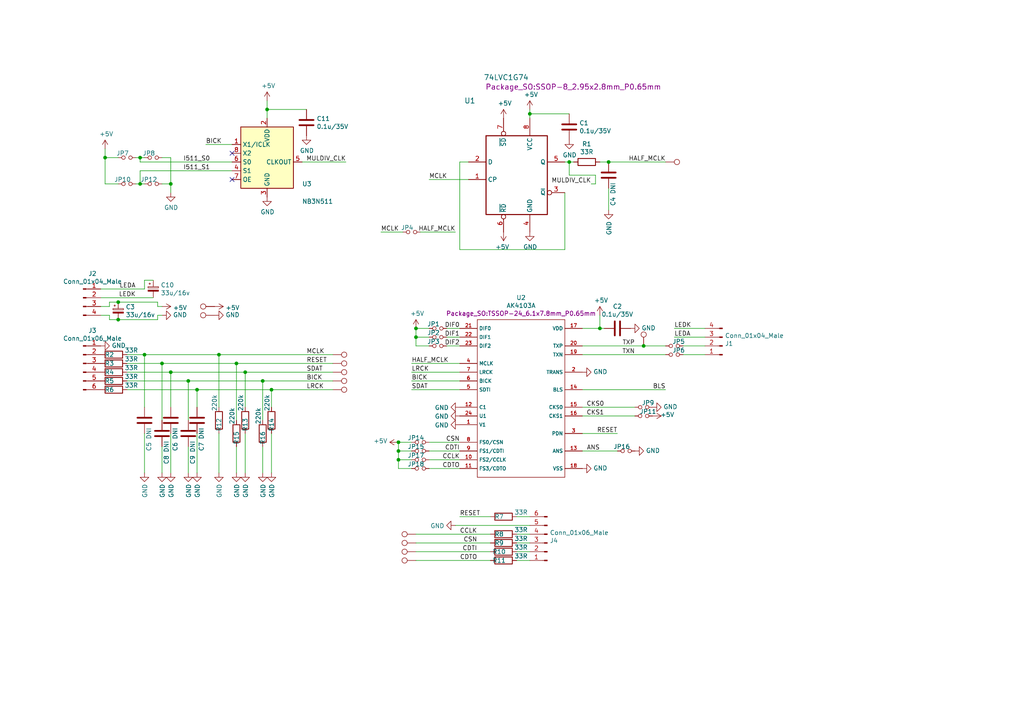
<source format=kicad_sch>
(kicad_sch (version 20200618) (host eeschema "5.99.0-unknown-1463dd1~88~ubuntu18.04.1")
  (page 1 1)
  (paper "A4")
  (lib_symbols
    (symbol "Connector:Conn_01x04_Male" (pin_names hide)
      (property "Reference" "J" (at 0 5.08 0))
      (property "Value" "Conn_01x04_Male" (at 0 -7.62 0))
      (symbol "Conn_01x04_Male_1_1"
        (rectangle (start 0.8636 -4.953) (end 0 -5.207) (stroke (width 0.1524)) (fill (type outline)))
        (rectangle (start 0.8636 -2.413) (end 0 -2.667) (stroke (width 0.1524)) (fill (type outline)))
        (rectangle (start 0.8636 0.127) (end 0 -0.127) (stroke (width 0.1524)) (fill (type outline)))
        (rectangle (start 0.8636 2.667) (end 0 2.413) (stroke (width 0.1524)) (fill (type outline)))
        (polyline (pts (xy 1.27 -5.08) (xy 0.8636 -5.08)) (stroke (width 0.1524)))
        (polyline (pts (xy 1.27 -2.54) (xy 0.8636 -2.54)) (stroke (width 0.1524)))
        (polyline (pts (xy 1.27 0) (xy 0.8636 0)) (stroke (width 0.1524)))
        (polyline (pts (xy 1.27 2.54) (xy 0.8636 2.54)) (stroke (width 0.1524)))
        (pin passive line (at 5.08 2.54 180) (length 3.81) (name "Pin_1") (number "1"))
        (pin passive line (at 5.08 0 180) (length 3.81) (name "Pin_2") (number "2"))
        (pin passive line (at 5.08 -2.54 180) (length 3.81) (name "Pin_3") (number "3"))
        (pin passive line (at 5.08 -5.08 180) (length 3.81) (name "Pin_4") (number "4"))
      )
    )
    (symbol "Connector:Conn_01x06_Male" (pin_names hide)
      (property "Reference" "J" (at 0 7.62 0))
      (property "Value" "Conn_01x06_Male" (at 0 -10.16 0))
      (symbol "Conn_01x06_Male_1_1"
        (rectangle (start 0.8636 -7.493) (end 0 -7.747) (stroke (width 0.1524)) (fill (type outline)))
        (rectangle (start 0.8636 -4.953) (end 0 -5.207) (stroke (width 0.1524)) (fill (type outline)))
        (rectangle (start 0.8636 -2.413) (end 0 -2.667) (stroke (width 0.1524)) (fill (type outline)))
        (rectangle (start 0.8636 0.127) (end 0 -0.127) (stroke (width 0.1524)) (fill (type outline)))
        (rectangle (start 0.8636 2.667) (end 0 2.413) (stroke (width 0.1524)) (fill (type outline)))
        (rectangle (start 0.8636 5.207) (end 0 4.953) (stroke (width 0.1524)) (fill (type outline)))
        (polyline (pts (xy 1.27 -7.62) (xy 0.8636 -7.62)) (stroke (width 0.1524)))
        (polyline (pts (xy 1.27 -5.08) (xy 0.8636 -5.08)) (stroke (width 0.1524)))
        (polyline (pts (xy 1.27 -2.54) (xy 0.8636 -2.54)) (stroke (width 0.1524)))
        (polyline (pts (xy 1.27 0) (xy 0.8636 0)) (stroke (width 0.1524)))
        (polyline (pts (xy 1.27 2.54) (xy 0.8636 2.54)) (stroke (width 0.1524)))
        (polyline (pts (xy 1.27 5.08) (xy 0.8636 5.08)) (stroke (width 0.1524)))
        (pin passive line (at 5.08 5.08 180) (length 3.81) (name "Pin_1") (number "1"))
        (pin passive line (at 5.08 2.54 180) (length 3.81) (name "Pin_2") (number "2"))
        (pin passive line (at 5.08 0 180) (length 3.81) (name "Pin_3") (number "3"))
        (pin passive line (at 5.08 -2.54 180) (length 3.81) (name "Pin_4") (number "4"))
        (pin passive line (at 5.08 -5.08 180) (length 3.81) (name "Pin_5") (number "5"))
        (pin passive line (at 5.08 -7.62 180) (length 3.81) (name "Pin_6") (number "6"))
      )
    )
    (symbol "Connector:TestPoint" (pin_numbers hide) (pin_names (offset 0.762) hide)
      (property "Reference" "TP" (at 0 6.858 0))
      (property "Value" "TestPoint" (at 0 5.08 0))
      (symbol "TestPoint_0_1"
        (circle (center 0 3.302) (radius 0.762))
      )
      (symbol "TestPoint_1_1"
        (pin passive line (at 0 0 90) (length 2.54) (name "1") (number "1"))
      )
    )
    (symbol "Device:C" (pin_numbers hide) (pin_names (offset 0.254))
      (property "Reference" "C" (at 0.635 2.54 0))
      (property "Value" "C" (at 0.635 -2.54 0))
      (symbol "C_0_1"
        (polyline (pts (xy -2.032 -0.762) (xy 2.032 -0.762)) (stroke (width 0.508)))
        (polyline (pts (xy -2.032 0.762) (xy 2.032 0.762)) (stroke (width 0.508)))
      )
      (symbol "C_1_1"
        (pin passive line (at 0 3.81 270) (length 2.794) (name "~") (number "1"))
        (pin passive line (at 0 -3.81 90) (length 2.794) (name "~") (number "2"))
      )
    )
    (symbol "Device:CP_Small" (pin_numbers hide) (pin_names (offset 0.254) hide)
      (property "Reference" "C" (at 0.254 1.778 0))
      (property "Value" "CP_Small" (at 0.254 -2.032 0))
      (symbol "CP_Small_0_1"
        (rectangle (start -1.524 -0.3048) (end 1.524 -0.6858) (fill (type outline)))
        (rectangle (start -1.524 0.6858) (end 1.524 0.3048))
        (polyline (pts (xy -1.27 1.524) (xy -0.762 1.524)))
        (polyline (pts (xy -1.016 1.27) (xy -1.016 1.778)))
      )
      (symbol "CP_Small_1_1"
        (pin passive line (at 0 2.54 270) (length 1.8542) (name "~") (number "1"))
        (pin passive line (at 0 -2.54 90) (length 1.8542) (name "~") (number "2"))
      )
    )
    (symbol "Device:Jumper_NO_Small" (pin_numbers hide) (pin_names (offset 0.762) hide)
      (property "Reference" "JP" (at 0 2.032 0))
      (property "Value" "Jumper_NO_Small" (at 0.254 -1.524 0))
      (symbol "Jumper_NO_Small_0_1"
        (circle (center -1.016 0) (radius 0.508))
        (circle (center 1.016 0) (radius 0.508))
        (pin passive line (at -2.54 0 0) (length 1.016) (name "1") (number "1"))
        (pin passive line (at 2.54 0 180) (length 1.016) (name "2") (number "2"))
      )
    )
    (symbol "Device:R" (pin_numbers hide) (pin_names (offset 0))
      (property "Reference" "R" (at 2.032 0 90))
      (property "Value" "R" (at 0 0 90))
      (symbol "R_0_1"
        (rectangle (start -1.016 -2.54) (end 1.016 2.54) (stroke (width 0.254)))
      )
      (symbol "R_1_1"
        (pin passive line (at 0 3.81 270) (length 1.27) (name "~") (number "1"))
        (pin passive line (at 0 -3.81 90) (length 1.27) (name "~") (number "2"))
      )
    )
    (symbol "Oscillator:NB3N511" (pin_names (offset 0.508))
      (property "Reference" "U" (at 2.54 15.24 0))
      (property "Value" "NB3N511" (at 2.54 12.7 0))
      (symbol "NB3N511_0_1"
        (rectangle (start -7.62 10.16) (end 7.62 -7.62) (stroke (width 0.254)) (fill (type background)))
      )
      (symbol "NB3N511_1_1"
        (pin input line (at -10.16 5.08 0) (length 2.54) (name "X1/ICLK") (number "1"))
        (pin power_in line (at 0 12.7 270) (length 2.54) (name "VDD") (number "2"))
        (pin power_in line (at 0 -10.16 90) (length 2.54) (name "GND") (number "3"))
        (pin input line (at -10.16 -2.54 0) (length 2.54) (name "S1") (number "4"))
        (pin output line (at 10.16 0 180) (length 2.54) (name "CLKOUT") (number "5"))
        (pin input line (at -10.16 0 0) (length 2.54) (name "S0") (number "6"))
        (pin input line (at -10.16 -5.08 0) (length 2.54) (name "OE") (number "7"))
        (pin passive line (at -10.16 2.54 0) (length 2.54) (name "X2") (number "8"))
      )
    )
    (symbol "akm:AK4103A"
      (property "Reference" "U" (at -12.7 21.59 0))
      (property "Value" "AK4103A" (at -12.7 -27.94 0))
      (symbol "AK4103A_1_0"
        (polyline (pts (xy -12.7 20.32) (xy 12.7 20.32)))
        (polyline (pts (xy 12.7 20.32) (xy 12.7 -25.4)))
        (polyline (pts (xy 12.7 -25.4) (xy -12.7 -25.4)))
        (polyline (pts (xy -12.7 -25.4) (xy -12.7 20.32)))
      )
      (symbol "AK4103A_1_1"
        (pin bidirectional line (at 17.78 -17.78 180) (length 5.08) (name "ANS") (number "13"))
        (pin bidirectional line (at -17.78 2.54 0) (length 5.08) (name "BICK") (number "6"))
        (pin bidirectional line (at 17.78 0 180) (length 5.08) (name "BLS") (number "14"))
        (pin input line (at -17.78 -5.08 0) (length 5.08) (name "C1") (number "12"))
        (pin input line (at 17.78 -5.08 180) (length 5.08) (name "CKS0") (number "15"))
        (pin input line (at 17.78 -7.62 180) (length 5.08) (name "CKS1") (number "16"))
        (pin input line (at -17.78 17.78 0) (length 5.08) (name "DIF0") (number "21"))
        (pin input line (at -17.78 15.24 0) (length 5.08) (name "DIF1") (number "22"))
        (pin input line (at -17.78 12.7 0) (length 5.08) (name "DIF2") (number "23"))
        (pin bidirectional line (at -17.78 -15.24 0) (length 5.08) (name "FS0/CSN") (number "8"))
        (pin bidirectional line (at -17.78 -17.78 0) (length 5.08) (name "FS1/CDTI") (number "9"))
        (pin bidirectional line (at -17.78 -20.32 0) (length 5.08) (name "FS2/CCLK") (number "10"))
        (pin bidirectional line (at -17.78 -22.86 0) (length 5.08) (name "FS3/CDTO") (number "11"))
        (pin bidirectional line (at -17.78 5.08 0) (length 5.08) (name "LRCK") (number "7"))
        (pin input line (at -17.78 7.62 0) (length 5.08) (name "MCLK") (number "4"))
        (pin input line (at 17.78 -12.7 180) (length 5.08) (name "PDN") (number "3"))
        (pin input line (at -17.78 0 0) (length 5.08) (name "SDTI") (number "5"))
        (pin input line (at 17.78 5.08 180) (length 5.08) (name "TRANS") (number "2"))
        (pin output line (at 17.78 10.16 180) (length 5.08) (name "TXN") (number "19"))
        (pin output line (at 17.78 12.7 180) (length 5.08) (name "TXP") (number "20"))
        (pin input line (at -17.78 -7.62 0) (length 5.08) (name "U1") (number "24"))
        (pin input line (at -17.78 -10.16 0) (length 5.08) (name "V1") (number "1"))
        (pin bidirectional line (at 17.78 17.78 180) (length 5.08) (name "VDD") (number "17"))
        (pin bidirectional line (at 17.78 -22.86 180) (length 5.08) (name "VSS") (number "18"))
      )
    )
    (symbol "mbialon:74LVC1G74"
      (property "Reference" "U" (at 22.86 -15.24 0))
      (property "Value" "74LVC1G74" (at 33.02 -17.78 0))
      (symbol "74LVC1G74_1_1"
        (rectangle (start 5.08 10.16) (end 22.86 -12.7) (stroke (width 0.3048)))
        (pin input line (at 0 -2.54 0) (length 5.08) (name "CP") (number "1"))
        (pin input line (at 0 2.54 0) (length 5.08) (name "D") (number "2"))
        (pin output inverted (at 27.94 -6.35 180) (length 5.08) (name "~Q") (number "3"))
        (pin power_in line (at 17.78 -17.78 90) (length 5.08) (name "GND") (number "4"))
        (pin output line (at 27.94 2.54 180) (length 5.08) (name "Q") (number "5"))
        (pin input inverted (at 10.16 -17.78 90) (length 5.08) (name "~RD") (number "6"))
        (pin input inverted (at 10.16 15.24 270) (length 5.08) (name "~SD") (number "7"))
        (pin power_in line (at 17.78 15.24 270) (length 5.08) (name "VCC") (number "8"))
      )
    )
    (symbol "power:+5V" (power) (pin_names (offset 0))
      (property "Value" "+5V" (at 0 3.556 0))
      (symbol "+5V_0_1"
        (polyline (pts (xy -0.762 1.27) (xy 0 2.54)))
        (polyline (pts (xy 0 0) (xy 0 2.54)))
        (polyline (pts (xy 0 2.54) (xy 0.762 1.27)))
      )
      (symbol "+5V_1_1"
        (pin power_in line (at 0 0 90) (length 0) hide (name "+5V") (number "1"))
      )
    )
    (symbol "power:GND" (power) (pin_names (offset 0))
      (property "Value" "GND" (at 0 -3.81 0))
      (symbol "GND_0_1"
        (polyline (pts (xy 0 0) (xy 0 -1.27) (xy 1.27 -1.27) (xy 0 -2.54) (xy -1.27 -1.27) (xy 0 -1.27)))
      )
      (symbol "GND_1_1"
        (pin power_in line (at 0 0 270) (length 0) hide (name "GND") (number "1"))
      )
    )
  )
  (junction (at 30.48 45.72))
  (junction (at 34.29 87.63))
  (junction (at 34.29 92.71))
  (junction (at 40.64 45.72))
  (junction (at 40.64 53.34))
  (junction (at 41.91 102.87))
  (junction (at 46.99 105.41))
  (junction (at 49.53 53.34))
  (junction (at 49.53 107.95))
  (junction (at 54.61 110.49))
  (junction (at 57.15 113.03))
  (junction (at 63.5 102.87))
  (junction (at 68.58 105.41))
  (junction (at 71.12 107.95))
  (junction (at 76.2 110.49))
  (junction (at 77.47 31.75))
  (junction (at 78.74 113.03))
  (junction (at 115.57 128.27))
  (junction (at 115.57 130.81))
  (junction (at 115.57 133.35))
  (junction (at 120.65 95.25))
  (junction (at 120.65 97.79))
  (junction (at 153.67 33.02))
  (junction (at 165.1 46.99))
  (junction (at 173.99 95.25))
  (junction (at 176.53 46.99))
  (junction (at 186.69 100.33))
  (no_connect (at 67.31 44.45))
  (no_connect (at 67.31 52.07))
  (wire (pts (xy 29.21 83.82) (xy 41.91 83.82)))
  (wire (pts (xy 29.21 86.36) (xy 44.45 86.36)))
  (wire (pts (xy 29.21 91.44) (xy 31.75 91.44)))
  (wire (pts (xy 30.48 45.72) (xy 30.48 43.18)))
  (wire (pts (xy 30.48 53.34) (xy 30.48 45.72)))
  (wire (pts (xy 31.75 87.63) (xy 31.75 88.9)))
  (wire (pts (xy 31.75 87.63) (xy 34.29 87.63)))
  (wire (pts (xy 31.75 88.9) (xy 29.21 88.9)))
  (wire (pts (xy 31.75 91.44) (xy 31.75 92.71)))
  (wire (pts (xy 31.75 92.71) (xy 34.29 92.71)))
  (wire (pts (xy 34.29 45.72) (xy 30.48 45.72)))
  (wire (pts (xy 34.29 53.34) (xy 30.48 53.34)))
  (wire (pts (xy 34.29 87.63) (xy 45.72 87.63)))
  (wire (pts (xy 34.29 92.71) (xy 45.72 92.71)))
  (wire (pts (xy 39.37 45.72) (xy 40.64 45.72)))
  (wire (pts (xy 39.37 53.34) (xy 40.64 53.34)))
  (wire (pts (xy 40.64 45.72) (xy 41.91 45.72)))
  (wire (pts (xy 40.64 46.99) (xy 40.64 45.72)))
  (wire (pts (xy 40.64 49.53) (xy 40.64 53.34)))
  (wire (pts (xy 40.64 53.34) (xy 41.91 53.34)))
  (wire (pts (xy 41.91 81.28) (xy 44.45 81.28)))
  (wire (pts (xy 41.91 83.82) (xy 41.91 81.28)))
  (wire (pts (xy 41.91 102.87) (xy 36.83 102.87)))
  (wire (pts (xy 41.91 102.87) (xy 63.5 102.87)))
  (wire (pts (xy 41.91 118.11) (xy 41.91 102.87)))
  (wire (pts (xy 41.91 125.73) (xy 41.91 137.16)))
  (wire (pts (xy 45.72 88.9) (xy 45.72 87.63)))
  (wire (pts (xy 45.72 91.44) (xy 46.99 91.44)))
  (wire (pts (xy 45.72 92.71) (xy 45.72 91.44)))
  (wire (pts (xy 46.99 45.72) (xy 49.53 45.72)))
  (wire (pts (xy 46.99 53.34) (xy 49.53 53.34)))
  (wire (pts (xy 46.99 88.9) (xy 45.72 88.9)))
  (wire (pts (xy 46.99 105.41) (xy 36.83 105.41)))
  (wire (pts (xy 46.99 105.41) (xy 68.58 105.41)))
  (wire (pts (xy 46.99 121.92) (xy 46.99 105.41)))
  (wire (pts (xy 46.99 129.54) (xy 46.99 137.16)))
  (wire (pts (xy 49.53 45.72) (xy 49.53 53.34)))
  (wire (pts (xy 49.53 53.34) (xy 49.53 55.88)))
  (wire (pts (xy 49.53 107.95) (xy 36.83 107.95)))
  (wire (pts (xy 49.53 107.95) (xy 71.12 107.95)))
  (wire (pts (xy 49.53 118.11) (xy 49.53 107.95)))
  (wire (pts (xy 49.53 125.73) (xy 49.53 137.16)))
  (wire (pts (xy 54.61 110.49) (xy 36.83 110.49)))
  (wire (pts (xy 54.61 110.49) (xy 76.2 110.49)))
  (wire (pts (xy 54.61 121.92) (xy 54.61 110.49)))
  (wire (pts (xy 54.61 129.54) (xy 54.61 137.16)))
  (wire (pts (xy 57.15 113.03) (xy 36.83 113.03)))
  (wire (pts (xy 57.15 113.03) (xy 78.74 113.03)))
  (wire (pts (xy 57.15 118.11) (xy 57.15 113.03)))
  (wire (pts (xy 57.15 125.73) (xy 57.15 137.16)))
  (wire (pts (xy 59.69 41.91) (xy 67.31 41.91)))
  (wire (pts (xy 63.5 102.87) (xy 96.52 102.87)))
  (wire (pts (xy 63.5 118.11) (xy 63.5 102.87)))
  (wire (pts (xy 63.5 125.73) (xy 63.5 137.16)))
  (wire (pts (xy 67.31 46.99) (xy 40.64 46.99)))
  (wire (pts (xy 67.31 49.53) (xy 40.64 49.53)))
  (wire (pts (xy 68.58 105.41) (xy 96.52 105.41)))
  (wire (pts (xy 68.58 121.92) (xy 68.58 105.41)))
  (wire (pts (xy 68.58 129.54) (xy 68.58 137.16)))
  (wire (pts (xy 71.12 107.95) (xy 96.52 107.95)))
  (wire (pts (xy 71.12 118.11) (xy 71.12 107.95)))
  (wire (pts (xy 71.12 125.73) (xy 71.12 137.16)))
  (wire (pts (xy 76.2 110.49) (xy 96.52 110.49)))
  (wire (pts (xy 76.2 121.92) (xy 76.2 110.49)))
  (wire (pts (xy 76.2 129.54) (xy 76.2 137.16)))
  (wire (pts (xy 77.47 29.21) (xy 77.47 31.75)))
  (wire (pts (xy 77.47 31.75) (xy 77.47 34.29)))
  (wire (pts (xy 78.74 113.03) (xy 96.52 113.03)))
  (wire (pts (xy 78.74 118.11) (xy 78.74 113.03)))
  (wire (pts (xy 78.74 125.73) (xy 78.74 137.16)))
  (wire (pts (xy 87.63 46.99) (xy 100.33 46.99)))
  (wire (pts (xy 88.9 31.75) (xy 77.47 31.75)))
  (wire (pts (xy 110.49 67.31) (xy 116.84 67.31)))
  (wire (pts (xy 115.57 128.27) (xy 115.57 130.81)))
  (wire (pts (xy 115.57 128.27) (xy 119.38 128.27)))
  (wire (pts (xy 115.57 130.81) (xy 119.38 130.81)))
  (wire (pts (xy 115.57 133.35) (xy 115.57 130.81)))
  (wire (pts (xy 115.57 135.89) (xy 115.57 133.35)))
  (wire (pts (xy 119.38 105.41) (xy 133.35 105.41)))
  (wire (pts (xy 119.38 107.95) (xy 133.35 107.95)))
  (wire (pts (xy 119.38 110.49) (xy 133.35 110.49)))
  (wire (pts (xy 119.38 113.03) (xy 133.35 113.03)))
  (wire (pts (xy 119.38 133.35) (xy 115.57 133.35)))
  (wire (pts (xy 119.38 135.89) (xy 115.57 135.89)))
  (wire (pts (xy 120.65 95.25) (xy 120.65 97.79)))
  (wire (pts (xy 120.65 95.25) (xy 124.46 95.25)))
  (wire (pts (xy 120.65 97.79) (xy 124.46 97.79)))
  (wire (pts (xy 120.65 100.33) (xy 120.65 97.79)))
  (wire (pts (xy 120.65 154.94) (xy 142.24 154.94)))
  (wire (pts (xy 120.65 157.48) (xy 142.24 157.48)))
  (wire (pts (xy 120.65 160.02) (xy 142.24 160.02)))
  (wire (pts (xy 120.65 162.56) (xy 142.24 162.56)))
  (wire (pts (xy 121.92 67.31) (xy 132.08 67.31)))
  (wire (pts (xy 124.46 52.07) (xy 135.89 52.07)))
  (wire (pts (xy 124.46 100.33) (xy 120.65 100.33)))
  (wire (pts (xy 124.46 128.27) (xy 133.35 128.27)))
  (wire (pts (xy 124.46 130.81) (xy 133.35 130.81)))
  (wire (pts (xy 124.46 133.35) (xy 133.35 133.35)))
  (wire (pts (xy 124.46 135.89) (xy 133.35 135.89)))
  (wire (pts (xy 129.54 95.25) (xy 133.35 95.25)))
  (wire (pts (xy 129.54 97.79) (xy 133.35 97.79)))
  (wire (pts (xy 129.54 100.33) (xy 133.35 100.33)))
  (wire (pts (xy 132.08 152.4) (xy 153.67 152.4)))
  (wire (pts (xy 133.35 46.99) (xy 135.89 46.99)))
  (wire (pts (xy 133.35 72.39) (xy 133.35 46.99)))
  (wire (pts (xy 133.35 149.86) (xy 142.24 149.86)))
  (wire (pts (xy 149.86 149.86) (xy 153.67 149.86)))
  (wire (pts (xy 149.86 154.94) (xy 153.67 154.94)))
  (wire (pts (xy 149.86 157.48) (xy 153.67 157.48)))
  (wire (pts (xy 149.86 160.02) (xy 153.67 160.02)))
  (wire (pts (xy 149.86 162.56) (xy 153.67 162.56)))
  (wire (pts (xy 153.67 31.75) (xy 153.67 33.02)))
  (wire (pts (xy 153.67 33.02) (xy 153.67 34.29)))
  (wire (pts (xy 153.67 33.02) (xy 165.1 33.02)))
  (wire (pts (xy 163.83 46.99) (xy 165.1 46.99)))
  (wire (pts (xy 163.83 55.88) (xy 163.83 72.39)))
  (wire (pts (xy 163.83 72.39) (xy 133.35 72.39)))
  (wire (pts (xy 165.1 46.99) (xy 165.1 50.8)))
  (wire (pts (xy 165.1 46.99) (xy 166.37 46.99)))
  (wire (pts (xy 165.1 50.8) (xy 172.72 50.8)))
  (wire (pts (xy 168.91 95.25) (xy 173.99 95.25)))
  (wire (pts (xy 168.91 100.33) (xy 186.69 100.33)))
  (wire (pts (xy 168.91 102.87) (xy 193.04 102.87)))
  (wire (pts (xy 168.91 113.03) (xy 193.04 113.03)))
  (wire (pts (xy 168.91 125.73) (xy 179.07 125.73)))
  (wire (pts (xy 172.72 50.8) (xy 172.72 53.34)))
  (wire (pts (xy 172.72 53.34) (xy 171.45 53.34)))
  (wire (pts (xy 173.99 46.99) (xy 176.53 46.99)))
  (wire (pts (xy 173.99 91.44) (xy 173.99 95.25)))
  (wire (pts (xy 173.99 95.25) (xy 175.26 95.25)))
  (wire (pts (xy 176.53 46.99) (xy 193.04 46.99)))
  (wire (pts (xy 176.53 54.61) (xy 176.53 60.96)))
  (wire (pts (xy 179.07 130.81) (xy 168.91 130.81)))
  (wire (pts (xy 184.15 118.11) (xy 168.91 118.11)))
  (wire (pts (xy 184.15 120.65) (xy 168.91 120.65)))
  (wire (pts (xy 186.69 100.33) (xy 193.04 100.33)))
  (wire (pts (xy 195.58 95.25) (xy 204.47 95.25)))
  (wire (pts (xy 195.58 97.79) (xy 204.47 97.79)))
  (wire (pts (xy 198.12 100.33) (xy 204.47 100.33)))
  (wire (pts (xy 198.12 102.87) (xy 204.47 102.87)))
  (label "LEDA" (at 39.37 83.82 180))
  (label "LEDK" (at 39.37 86.36 180))
  (label "BICK" (at 59.69 41.91 0))
  (label "I511_S0" (at 60.96 46.99 180))
  (label "I511_S1" (at 60.96 49.53 180))
  (label "MCLK" (at 88.9 102.87 0))
  (label "RESET" (at 88.9 105.41 0))
  (label "SDAT" (at 88.9 107.95 0))
  (label "BICK" (at 88.9 110.49 0))
  (label "LRCK" (at 88.9 113.03 0))
  (label "MULDIV_CLK" (at 100.33 46.99 180))
  (label "MCLK" (at 110.49 67.31 0))
  (label "HALF_MCLK" (at 119.38 105.41 0))
  (label "LRCK" (at 119.38 107.95 0))
  (label "BICK" (at 119.38 110.49 0))
  (label "SDAT" (at 119.38 113.03 0))
  (label "MCLK" (at 124.46 52.07 0))
  (label "HALF_MCLK" (at 132.08 67.31 180))
  (label "DIF0" (at 133.35 95.25 180))
  (label "DIF1" (at 133.35 97.79 180))
  (label "DIF2" (at 133.35 100.33 180))
  (label "CSN" (at 133.35 128.27 180))
  (label "CDTI" (at 133.35 130.81 180))
  (label "CCLK" (at 133.35 133.35 180))
  (label "CDTO" (at 133.35 135.89 180))
  (label "RESET" (at 133.35 149.86 0))
  (label "CCLK" (at 133.35 154.94 0))
  (label "CSN" (at 138.43 157.48 180))
  (label "CDTI" (at 138.43 160.02 180))
  (label "CDTO" (at 138.43 162.56 180))
  (label "MULDIV_CLK" (at 171.45 53.34 180))
  (label "ANS" (at 173.99 130.81 180))
  (label "CKS0" (at 175.26 118.11 180))
  (label "CKS1" (at 175.26 120.65 180))
  (label "RESET" (at 179.07 125.73 180))
  (label "TXP" (at 184.15 100.33 180))
  (label "TXN" (at 184.15 102.87 180))
  (label "HALF_MCLK" (at 193.04 46.99 180))
  (label "BLS" (at 193.04 113.03 180))
  (label "LEDK" (at 195.58 95.25 0))
  (label "LEDA" (at 195.58 97.79 0))
  (symbol (lib_id "Device:Jumper_NO_Small") (at 36.83 45.72 0) (unit 1)
    (property "Reference" "JP7" (at 35.56 44.45 0))
    (property "Value" "Jumper_NO_Small" (effects hide))
    (property "Footprint" "components:R_0603_1608Metric_SolderJumperCompatible" (effects hide))
  )
  (symbol (lib_id "Device:Jumper_NO_Small") (at 36.83 53.34 0) (unit 1)
    (property "Reference" "JP10" (at 35.56 52.07 0))
    (property "Value" "Jumper_NO_Small" (effects hide))
    (property "Footprint" "components:R_0603_1608Metric_SolderJumperCompatible" (effects hide))
  )
  (symbol (lib_id "Device:Jumper_NO_Small") (at 44.45 45.72 0) (unit 1)
    (property "Reference" "JP8" (at 43.18 44.45 0))
    (property "Value" "Jumper_NO_Small" (effects hide))
    (property "Footprint" "components:R_0603_1608Metric_SolderJumperCompatible" (effects hide))
  )
  (symbol (lib_id "Device:Jumper_NO_Small") (at 44.45 53.34 0) (unit 1)
    (property "Reference" "JP12" (at 43.18 52.07 0))
    (property "Value" "Jumper_NO_Small" (effects hide))
    (property "Footprint" "components:R_0603_1608Metric_SolderJumperCompatible" (effects hide))
  )
  (symbol (lib_id "Device:Jumper_NO_Small") (at 119.38 67.31 0) (unit 1)
    (property "Reference" "JP4" (at 118.11 66.04 0))
    (property "Value" "Jumper_NO_Small" (effects hide))
    (property "Footprint" "components:R_0603_1608Metric_SolderJumperCompatible" (effects hide))
  )
  (symbol (lib_id "Device:Jumper_NO_Small") (at 121.92 128.27 0) (unit 1)
    (property "Reference" "JP14" (at 120.65 127 0))
    (property "Value" "Jumper_NO_Small" (effects hide))
    (property "Footprint" "components:R_0603_1608Metric_SolderJumperCompatible" (effects hide))
  )
  (symbol (lib_id "Device:Jumper_NO_Small") (at 121.92 130.81 0) (unit 1)
    (property "Reference" "JP15" (at 120.65 129.54 0))
    (property "Value" "Jumper_NO_Small" (effects hide))
    (property "Footprint" "components:R_0603_1608Metric_SolderJumperCompatible" (effects hide))
  )
  (symbol (lib_id "Device:Jumper_NO_Small") (at 121.92 133.35 0) (unit 1)
    (property "Reference" "JP17" (at 120.65 132.08 0))
    (property "Value" "Jumper_NO_Small" (effects hide))
    (property "Footprint" "components:R_0603_1608Metric_SolderJumperCompatible" (effects hide))
  )
  (symbol (lib_id "Device:Jumper_NO_Small") (at 121.92 135.89 0) (unit 1)
    (property "Reference" "JP18" (at 120.65 134.62 0))
    (property "Value" "Jumper_NO_Small" (effects hide))
    (property "Footprint" "components:R_0603_1608Metric_SolderJumperCompatible" (effects hide))
  )
  (symbol (lib_id "Device:Jumper_NO_Small") (at 127 95.25 0) (unit 1)
    (property "Reference" "JP1" (at 125.73 93.98 0))
    (property "Value" "Jumper_NO_Small" (effects hide))
    (property "Footprint" "components:R_0603_1608Metric_SolderJumperCompatible" (effects hide))
  )
  (symbol (lib_id "Device:Jumper_NO_Small") (at 127 97.79 0) (unit 1)
    (property "Reference" "JP2" (at 125.73 96.52 0))
    (property "Value" "Jumper_NO_Small" (effects hide))
    (property "Footprint" "components:R_0603_1608Metric_SolderJumperCompatible" (effects hide))
  )
  (symbol (lib_id "Device:Jumper_NO_Small") (at 127 100.33 0) (unit 1)
    (property "Reference" "JP3" (at 125.73 99.06 0))
    (property "Value" "Jumper_NO_Small" (effects hide))
    (property "Footprint" "components:R_0603_1608Metric_SolderJumperCompatible" (effects hide))
  )
  (symbol (lib_id "Device:Jumper_NO_Small") (at 181.61 130.81 0) (unit 1)
    (property "Reference" "JP16" (at 180.34 129.54 0))
    (property "Value" "Jumper_NO_Small" (effects hide))
    (property "Footprint" "components:R_0603_1608Metric_SolderJumperCompatible" (effects hide))
  )
  (symbol (lib_id "Device:Jumper_NO_Small") (at 186.69 118.11 0) (mirror y) (unit 1)
    (property "Reference" "JP9" (at 187.96 116.84 0))
    (property "Value" "Jumper_NO_Small" (effects hide))
    (property "Footprint" "components:R_0603_1608Metric_SolderJumperCompatible" (effects hide))
  )
  (symbol (lib_id "Device:Jumper_NO_Small") (at 186.69 120.65 0) (mirror y) (unit 1)
    (property "Reference" "JP11" (at 187.96 119.38 0))
    (property "Value" "Jumper_NO_Small" (effects hide))
    (property "Footprint" "components:R_0603_1608Metric_SolderJumperCompatible" (effects hide))
  )
  (symbol (lib_id "Device:Jumper_NO_Small") (at 195.58 100.33 0) (mirror y) (unit 1)
    (property "Reference" "JP5" (at 196.85 99.06 0))
    (property "Value" "Jumper_NO_Small" (effects hide))
    (property "Footprint" "components:R_0603_1608Metric_SolderJumperCompatible" (effects hide))
  )
  (symbol (lib_id "Device:Jumper_NO_Small") (at 195.58 102.87 0) (mirror y) (unit 1)
    (property "Reference" "JP6" (at 196.85 101.6 0))
    (property "Value" "Jumper_NO_Small" (effects hide))
    (property "Footprint" "components:R_0603_1608Metric_SolderJumperCompatible" (effects hide))
  )
  (symbol (lib_id "Connector:TestPoint") (at 62.23 88.9 90) (unit 1)
    (property "Reference" "TP2" (effects hide))
    (property "Value" "TestPoint" (effects hide))
    (property "Footprint" "Connector_PinHeader_2.54mm:PinHeader_1x01_P2.54mm_Vertical" (effects hide))
  )
  (symbol (lib_id "Connector:TestPoint") (at 62.23 91.44 90) (unit 1)
    (property "Reference" "TP3" (effects hide))
    (property "Value" "TestPoint" (effects hide))
    (property "Footprint" "Connector_PinHeader_2.54mm:PinHeader_1x01_P2.54mm_Vertical" (effects hide))
  )
  (symbol (lib_id "Connector:TestPoint") (at 96.52 102.87 270) (unit 1)
    (property "Reference" "TP5" (effects hide))
    (property "Value" "TestPoint" (effects hide))
    (property "Footprint" "Connector_PinHeader_2.54mm:PinHeader_1x01_P2.54mm_Vertical" (effects hide))
  )
  (symbol (lib_id "Connector:TestPoint") (at 96.52 105.41 270) (unit 1)
    (property "Reference" "TP6" (effects hide))
    (property "Value" "TestPoint" (effects hide))
    (property "Footprint" "Connector_PinHeader_2.54mm:PinHeader_1x01_P2.54mm_Vertical" (effects hide))
  )
  (symbol (lib_id "Connector:TestPoint") (at 96.52 107.95 270) (unit 1)
    (property "Reference" "TP7" (effects hide))
    (property "Value" "TestPoint" (effects hide))
    (property "Footprint" "Connector_PinHeader_2.54mm:PinHeader_1x01_P2.54mm_Vertical" (effects hide))
  )
  (symbol (lib_id "Connector:TestPoint") (at 96.52 110.49 270) (unit 1)
    (property "Reference" "TP8" (effects hide))
    (property "Value" "TestPoint" (effects hide))
    (property "Footprint" "Connector_PinHeader_2.54mm:PinHeader_1x01_P2.54mm_Vertical" (effects hide))
  )
  (symbol (lib_id "Connector:TestPoint") (at 96.52 113.03 270) (unit 1)
    (property "Reference" "TP9" (effects hide))
    (property "Value" "TestPoint" (effects hide))
    (property "Footprint" "Connector_PinHeader_2.54mm:PinHeader_1x01_P2.54mm_Vertical" (effects hide))
  )
  (symbol (lib_id "Connector:TestPoint") (at 120.65 154.94 90) (unit 1)
    (property "Reference" "TP10" (effects hide))
    (property "Value" "TestPoint" (effects hide))
    (property "Footprint" "Connector_PinHeader_2.54mm:PinHeader_1x01_P2.54mm_Vertical" (effects hide))
  )
  (symbol (lib_id "Connector:TestPoint") (at 120.65 157.48 90) (unit 1)
    (property "Reference" "TP11" (effects hide))
    (property "Value" "TestPoint" (effects hide))
    (property "Footprint" "Connector_PinHeader_2.54mm:PinHeader_1x01_P2.54mm_Vertical" (effects hide))
  )
  (symbol (lib_id "Connector:TestPoint") (at 120.65 160.02 90) (unit 1)
    (property "Reference" "TP12" (effects hide))
    (property "Value" "TestPoint" (effects hide))
    (property "Footprint" "Connector_PinHeader_2.54mm:PinHeader_1x01_P2.54mm_Vertical" (effects hide))
  )
  (symbol (lib_id "Connector:TestPoint") (at 120.65 162.56 90) (unit 1)
    (property "Reference" "TP13" (effects hide))
    (property "Value" "TestPoint" (effects hide))
    (property "Footprint" "Connector_PinHeader_2.54mm:PinHeader_1x01_P2.54mm_Vertical" (effects hide))
  )
  (symbol (lib_id "Connector:TestPoint") (at 186.69 100.33 0) (unit 1)
    (property "Reference" "TP4" (effects hide))
    (property "Value" "TestPoint" (effects hide))
    (property "Footprint" "Connector_PinHeader_2.54mm:PinHeader_1x01_P2.54mm_Vertical" (effects hide))
  )
  (symbol (lib_id "Connector:TestPoint") (at 193.04 46.99 270) (unit 1)
    (property "Reference" "TP1" (effects hide))
    (property "Value" "TestPoint" (effects hide))
    (property "Footprint" "Connector_PinHeader_2.54mm:PinHeader_1x01_P2.54mm_Vertical" (effects hide))
  )
  (symbol (lib_id "power:+5V") (at 30.48 43.18 0) (unit 1)
    (property "Reference" "#PWR0117" (effects hide))
    (property "Value" "+5V" (at 30.8483 38.8556 0))
  )
  (symbol (lib_id "power:+5V") (at 46.99 88.9 270) (unit 1)
    (property "Reference" "#PWR0120" (effects hide))
    (property "Value" "+5V" (at 50.1651 89.2683 90) (effects (justify left)))
  )
  (symbol (lib_id "power:+5V") (at 62.23 88.9 270) (unit 1)
    (property "Reference" "#PWR0121" (effects hide))
    (property "Value" "+5V" (at 65.4051 89.2683 90) (effects (justify left)))
  )
  (symbol (lib_id "power:+5V") (at 77.47 29.21 0) (unit 1)
    (property "Reference" "#PWR0114" (effects hide))
    (property "Value" "+5V" (at 77.8383 24.8856 0))
  )
  (symbol (lib_id "power:+5V") (at 115.57 128.27 90) (unit 1)
    (property "Reference" "#PWR010" (effects hide))
    (property "Value" "+5V" (at 112.395 127.9017 90) (effects (justify left)))
  )
  (symbol (lib_id "power:+5V") (at 120.65 95.25 0) (unit 1)
    (property "Reference" "#PWR0110" (effects hide))
    (property "Value" "+5V" (at 121.0183 90.9256 0))
  )
  (symbol (lib_id "power:+5V") (at 146.05 34.29 0) (unit 1)
    (property "Reference" "#PWR0102" (effects hide))
    (property "Value" "+5V" (at 146.4183 29.9656 0))
  )
  (symbol (lib_id "power:+5V") (at 146.05 67.31 180) (unit 1)
    (property "Reference" "#PWR0106" (effects hide))
    (property "Value" "+5V" (at 145.6817 71.6344 0))
  )
  (symbol (lib_id "power:+5V") (at 153.67 31.75 0) (unit 1)
    (property "Reference" "#PWR0101" (effects hide))
    (property "Value" "+5V" (at 154.0383 27.4256 0))
  )
  (symbol (lib_id "power:+5V") (at 173.99 91.44 0) (unit 1)
    (property "Reference" "#PWR0104" (effects hide))
    (property "Value" "+5V" (at 174.3583 87.1156 0))
  )
  (symbol (lib_id "power:+5V") (at 189.23 120.65 270) (mirror x) (unit 1)
    (property "Reference" "#PWR07" (effects hide))
    (property "Value" "+5V" (at 193.5544 120.2817 90))
  )
  (symbol (lib_id "power:GND") (at 29.21 100.33 90) (unit 1)
    (property "Reference" "#PWR0108" (effects hide))
    (property "Value" "GND" (at 32.3851 100.2157 90) (effects (justify right)))
  )
  (symbol (lib_id "power:GND") (at 41.91 137.16 0) (unit 1)
    (property "Reference" "#PWR0128" (effects hide))
    (property "Value" "GND" (at 42.0243 140.3351 90) (effects (justify right)))
  )
  (symbol (lib_id "power:GND") (at 46.99 91.44 90) (unit 1)
    (property "Reference" "#PWR0119" (effects hide))
    (property "Value" "GND" (at 50.1651 91.3257 90) (effects (justify right)))
  )
  (symbol (lib_id "power:GND") (at 46.99 137.16 0) (unit 1)
    (property "Reference" "#PWR0127" (effects hide))
    (property "Value" "GND" (at 47.1043 140.3351 90) (effects (justify right)))
  )
  (symbol (lib_id "power:GND") (at 49.53 55.88 0) (unit 1)
    (property "Reference" "#PWR0115" (effects hide))
    (property "Value" "GND" (at 49.6443 60.2044 0))
  )
  (symbol (lib_id "power:GND") (at 49.53 137.16 0) (unit 1)
    (property "Reference" "#PWR0126" (effects hide))
    (property "Value" "GND" (at 49.6443 140.3351 90) (effects (justify right)))
  )
  (symbol (lib_id "power:GND") (at 54.61 137.16 0) (unit 1)
    (property "Reference" "#PWR0125" (effects hide))
    (property "Value" "GND" (at 54.7243 140.3351 90) (effects (justify right)))
  )
  (symbol (lib_id "power:GND") (at 57.15 137.16 0) (unit 1)
    (property "Reference" "#PWR0124" (effects hide))
    (property "Value" "GND" (at 57.2643 140.3351 90) (effects (justify right)))
  )
  (symbol (lib_id "power:GND") (at 62.23 91.44 90) (unit 1)
    (property "Reference" "#PWR0122" (effects hide))
    (property "Value" "GND" (at 65.4051 91.3257 90) (effects (justify right)))
  )
  (symbol (lib_id "power:GND") (at 63.5 137.16 0) (unit 1)
    (property "Reference" "#PWR015" (effects hide))
    (property "Value" "GND" (at 63.6143 140.3351 90) (effects (justify right)))
  )
  (symbol (lib_id "power:GND") (at 68.58 137.16 0) (unit 1)
    (property "Reference" "#PWR016" (effects hide))
    (property "Value" "GND" (at 68.6943 140.3351 90) (effects (justify right)))
  )
  (symbol (lib_id "power:GND") (at 71.12 137.16 0) (unit 1)
    (property "Reference" "#PWR017" (effects hide))
    (property "Value" "GND" (at 71.2343 140.3351 90) (effects (justify right)))
  )
  (symbol (lib_id "power:GND") (at 76.2 137.16 0) (unit 1)
    (property "Reference" "#PWR018" (effects hide))
    (property "Value" "GND" (at 76.3143 140.3351 90) (effects (justify right)))
  )
  (symbol (lib_id "power:GND") (at 77.47 57.15 0) (unit 1)
    (property "Reference" "#PWR0113" (effects hide))
    (property "Value" "GND" (at 77.5843 61.4744 0))
  )
  (symbol (lib_id "power:GND") (at 78.74 137.16 0) (unit 1)
    (property "Reference" "#PWR019" (effects hide))
    (property "Value" "GND" (at 78.8543 140.3351 90) (effects (justify right)))
  )
  (symbol (lib_id "power:GND") (at 88.9 39.37 0) (unit 1)
    (property "Reference" "#PWR0118" (effects hide))
    (property "Value" "GND" (at 89.0143 43.6944 0))
  )
  (symbol (lib_id "power:GND") (at 132.08 152.4 270) (unit 1)
    (property "Reference" "#PWR012" (effects hide))
    (property "Value" "GND" (at 128.905 152.5143 90) (effects (justify right)))
  )
  (symbol (lib_id "power:GND") (at 133.35 118.11 270) (unit 1)
    (property "Reference" "#PWR0111" (effects hide))
    (property "Value" "GND" (at 130.1749 118.2243 90) (effects (justify right)))
  )
  (symbol (lib_id "power:GND") (at 133.35 120.65 270) (unit 1)
    (property "Reference" "#PWR0109" (effects hide))
    (property "Value" "GND" (at 130.1749 120.7643 90) (effects (justify right)))
  )
  (symbol (lib_id "power:GND") (at 133.35 123.19 270) (unit 1)
    (property "Reference" "#PWR09" (effects hide))
    (property "Value" "GND" (at 130.1749 123.3043 90) (effects (justify right)))
  )
  (symbol (lib_id "power:GND") (at 153.67 67.31 0) (unit 1)
    (property "Reference" "#PWR0105" (effects hide))
    (property "Value" "GND" (at 153.7843 71.6344 0))
  )
  (symbol (lib_id "power:GND") (at 165.1 40.64 0) (unit 1)
    (property "Reference" "#PWR0103" (effects hide))
    (property "Value" "GND" (at 165.2143 44.9644 0))
  )
  (symbol (lib_id "power:GND") (at 168.91 107.95 90) (unit 1)
    (property "Reference" "#PWR0112" (effects hide))
    (property "Value" "GND" (at 172.0851 107.8357 90) (effects (justify right)))
  )
  (symbol (lib_id "power:GND") (at 168.91 135.89 90) (unit 1)
    (property "Reference" "#PWR0116" (effects hide))
    (property "Value" "GND" (at 172.0851 135.7757 90) (effects (justify right)))
  )
  (symbol (lib_id "power:GND") (at 176.53 60.96 0) (unit 1)
    (property "Reference" "#PWR0123" (effects hide))
    (property "Value" "GND" (at 176.6443 64.1351 90) (effects (justify right)))
  )
  (symbol (lib_id "power:GND") (at 182.88 95.25 90) (unit 1)
    (property "Reference" "#PWR0107" (effects hide))
    (property "Value" "GND" (at 186.0551 95.1357 90) (effects (justify right)))
  )
  (symbol (lib_id "power:GND") (at 184.15 130.81 90) (unit 1)
    (property "Reference" "#PWR011" (effects hide))
    (property "Value" "GND" (at 187.3251 130.6957 90) (effects (justify right)))
  )
  (symbol (lib_id "power:GND") (at 189.23 118.11 90) (unit 1)
    (property "Reference" "#PWR05" (effects hide))
    (property "Value" "GND" (at 192.4051 117.9957 90) (effects (justify right)))
  )
  (symbol (lib_id "Device:CP_Small") (at 34.29 90.17 0) (unit 1)
    (property "Reference" "C3" (at 36.4491 89.0206 0) (effects (justify left)))
    (property "Value" "33u/16v" (at 36.449 91.319 0) (effects (justify left)))
    (property "Footprint" "Capacitor_THT:CP_Radial_D5.0mm_P2.50mm" (effects hide))
  )
  (symbol (lib_id "Device:CP_Small") (at 44.45 83.82 0) (unit 1)
    (property "Reference" "C10" (at 46.6091 82.6706 0) (effects (justify left)))
    (property "Value" "33u/16v" (at 46.609 84.969 0) (effects (justify left)))
    (property "Footprint" "Capacitor_THT:CP_Radial_D5.0mm_P2.50mm" (effects hide))
  )
  (symbol (lib_id "Device:R") (at 33.02 102.87 90) (unit 1)
    (property "Reference" "R2" (at 31.75 102.87 90))
    (property "Value" "33R" (at 38.1 101.6 90))
    (property "Footprint" "Resistor_SMD:R_0603_1608Metric_Pad1.05x0.95mm_HandSolder" (effects hide))
  )
  (symbol (lib_id "Device:R") (at 33.02 105.41 90) (unit 1)
    (property "Reference" "R3" (at 31.75 105.41 90))
    (property "Value" "33R" (at 38.1 104.14 90))
    (property "Footprint" "Resistor_SMD:R_0603_1608Metric_Pad1.05x0.95mm_HandSolder" (effects hide))
  )
  (symbol (lib_id "Device:R") (at 33.02 107.95 90) (unit 1)
    (property "Reference" "R4" (at 31.75 107.95 90))
    (property "Value" "33R" (at 38.1 106.68 90))
    (property "Footprint" "Resistor_SMD:R_0603_1608Metric_Pad1.05x0.95mm_HandSolder" (effects hide))
  )
  (symbol (lib_id "Device:R") (at 33.02 110.49 90) (unit 1)
    (property "Reference" "R5" (at 31.75 110.49 90))
    (property "Value" "33R" (at 38.1 109.22 90))
    (property "Footprint" "Resistor_SMD:R_0603_1608Metric_Pad1.05x0.95mm_HandSolder" (effects hide))
  )
  (symbol (lib_id "Device:R") (at 33.02 113.03 90) (unit 1)
    (property "Reference" "R6" (at 31.75 113.03 90))
    (property "Value" "33R" (at 38.1 111.76 90))
    (property "Footprint" "Resistor_SMD:R_0603_1608Metric_Pad1.05x0.95mm_HandSolder" (effects hide))
  )
  (symbol (lib_id "Device:R") (at 63.5 121.92 180) (unit 1)
    (property "Reference" "R12" (at 63.5 123.19 90))
    (property "Value" "220k" (at 62.23 116.84 90))
    (property "Footprint" "Resistor_SMD:R_0603_1608Metric_Pad1.05x0.95mm_HandSolder" (effects hide))
  )
  (symbol (lib_id "Device:R") (at 68.58 125.73 180) (unit 1)
    (property "Reference" "R15" (at 68.58 127 90))
    (property "Value" "220k" (at 67.31 120.65 90))
    (property "Footprint" "Resistor_SMD:R_0603_1608Metric_Pad1.05x0.95mm_HandSolder" (effects hide))
  )
  (symbol (lib_id "Device:R") (at 71.12 121.92 180) (unit 1)
    (property "Reference" "R13" (at 71.12 123.19 90))
    (property "Value" "220k" (at 69.85 116.84 90))
    (property "Footprint" "Resistor_SMD:R_0603_1608Metric_Pad1.05x0.95mm_HandSolder" (effects hide))
  )
  (symbol (lib_id "Device:R") (at 76.2 125.73 180) (unit 1)
    (property "Reference" "R16" (at 76.2 127 90))
    (property "Value" "220k" (at 74.93 120.65 90))
    (property "Footprint" "Resistor_SMD:R_0603_1608Metric_Pad1.05x0.95mm_HandSolder" (effects hide))
  )
  (symbol (lib_id "Device:R") (at 78.74 121.92 180) (unit 1)
    (property "Reference" "R14" (at 78.74 123.19 90))
    (property "Value" "220k" (at 77.47 116.84 90))
    (property "Footprint" "Resistor_SMD:R_0603_1608Metric_Pad1.05x0.95mm_HandSolder" (effects hide))
  )
  (symbol (lib_id "Device:R") (at 146.05 149.86 90) (unit 1)
    (property "Reference" "R7" (at 144.78 149.86 90))
    (property "Value" "33R" (at 151.13 148.59 90))
    (property "Footprint" "Resistor_SMD:R_0603_1608Metric_Pad1.05x0.95mm_HandSolder" (effects hide))
  )
  (symbol (lib_id "Device:R") (at 146.05 154.94 90) (unit 1)
    (property "Reference" "R8" (at 144.78 154.94 90))
    (property "Value" "33R" (at 151.13 153.67 90))
    (property "Footprint" "Resistor_SMD:R_0603_1608Metric_Pad1.05x0.95mm_HandSolder" (effects hide))
  )
  (symbol (lib_id "Device:R") (at 146.05 157.48 90) (unit 1)
    (property "Reference" "R9" (at 144.78 157.48 90))
    (property "Value" "33R" (at 151.13 156.21 90))
    (property "Footprint" "Resistor_SMD:R_0603_1608Metric_Pad1.05x0.95mm_HandSolder" (effects hide))
  )
  (symbol (lib_id "Device:R") (at 146.05 160.02 90) (unit 1)
    (property "Reference" "R10" (at 144.78 160.02 90))
    (property "Value" "33R" (at 151.13 158.75 90))
    (property "Footprint" "Resistor_SMD:R_0603_1608Metric_Pad1.05x0.95mm_HandSolder" (effects hide))
  )
  (symbol (lib_id "Device:R") (at 146.05 162.56 90) (unit 1)
    (property "Reference" "R11" (at 144.78 162.56 90))
    (property "Value" "33R" (at 151.13 161.29 90))
    (property "Footprint" "Resistor_SMD:R_0603_1608Metric_Pad1.05x0.95mm_HandSolder" (effects hide))
  )
  (symbol (lib_id "Device:R") (at 170.18 46.99 90) (unit 1)
    (property "Reference" "R1" (at 170.18 41.7638 90))
    (property "Value" "33R" (at 170.18 44.063 90))
    (property "Footprint" "Resistor_SMD:R_0603_1608Metric_Pad1.05x0.95mm_HandSolder" (effects hide))
  )
  (symbol (lib_id "Device:C") (at 41.91 121.92 0) (unit 1)
    (property "Reference" "C5" (at 43.18 129.54 90))
    (property "Value" "DNI" (at 43.18 125.73 90))
    (property "Footprint" "Capacitor_SMD:C_0603_1608Metric_Pad1.05x0.95mm_HandSolder" (effects hide))
  )
  (symbol (lib_id "Device:C") (at 46.99 125.73 0) (unit 1)
    (property "Reference" "C8" (at 48.26 133.35 90))
    (property "Value" "DNI" (at 48.26 129.54 90))
    (property "Footprint" "Capacitor_SMD:C_0603_1608Metric_Pad1.05x0.95mm_HandSolder" (effects hide))
  )
  (symbol (lib_id "Device:C") (at 49.53 121.92 0) (unit 1)
    (property "Reference" "C6" (at 50.8 129.54 90))
    (property "Value" "DNI" (at 50.8 125.73 90))
    (property "Footprint" "Capacitor_SMD:C_0603_1608Metric_Pad1.05x0.95mm_HandSolder" (effects hide))
  )
  (symbol (lib_id "Device:C") (at 54.61 125.73 0) (unit 1)
    (property "Reference" "C9" (at 55.88 133.35 90))
    (property "Value" "DNI" (at 55.88 129.54 90))
    (property "Footprint" "Capacitor_SMD:C_0603_1608Metric_Pad1.05x0.95mm_HandSolder" (effects hide))
  )
  (symbol (lib_id "Device:C") (at 57.15 121.92 0) (unit 1)
    (property "Reference" "C7" (at 58.42 129.54 90))
    (property "Value" "DNI" (at 58.42 125.73 90))
    (property "Footprint" "Capacitor_SMD:C_0603_1608Metric_Pad1.05x0.95mm_HandSolder" (effects hide))
  )
  (symbol (lib_id "Device:C") (at 88.9 35.56 0) (unit 1)
    (property "Reference" "C11" (at 91.8211 34.4106 0) (effects (justify left)))
    (property "Value" "0.1u/35V" (at 91.8211 36.7093 0) (effects (justify left)))
    (property "Footprint" "Capacitor_SMD:C_0603_1608Metric_Pad1.05x0.95mm_HandSolder" (effects hide))
  )
  (symbol (lib_id "Device:C") (at 165.1 36.83 0) (unit 1)
    (property "Reference" "C1" (at 168.0211 35.6806 0) (effects (justify left)))
    (property "Value" "0.1u/35V" (at 168.0211 37.9793 0) (effects (justify left)))
    (property "Footprint" "Capacitor_SMD:C_0603_1608Metric_Pad1.05x0.95mm_HandSolder" (effects hide))
  )
  (symbol (lib_id "Device:C") (at 176.53 50.8 0) (unit 1)
    (property "Reference" "C4" (at 177.8 58.42 90))
    (property "Value" "DNI" (at 177.8 54.61 90))
    (property "Footprint" "Capacitor_SMD:C_0603_1608Metric_Pad1.05x0.95mm_HandSolder" (effects hide))
  )
  (symbol (lib_id "Device:C") (at 179.07 95.25 270) (unit 1)
    (property "Reference" "C2" (at 179.07 88.8808 90))
    (property "Value" "0.1u/35V" (at 179.07 91.1795 90))
    (property "Footprint" "Capacitor_SMD:C_0603_1608Metric_Pad1.05x0.95mm_HandSolder" (effects hide))
  )
  (symbol (lib_id "Connector:Conn_01x04_Male") (at 24.13 86.36 0) (unit 1)
    (property "Reference" "J2" (at 26.8224 79.3558 0))
    (property "Value" "Conn_01x04_Male" (at 26.8224 81.6545 0))
    (property "Footprint" "Connector_JST:JST_XH_S4B-XH-A-1_1x04_P2.50mm_Horizontal" (effects hide))
  )
  (symbol (lib_id "Connector:Conn_01x04_Male") (at 209.55 100.33 180) (unit 1)
    (property "Reference" "J1" (at 210.2613 99.6506 0) (effects (justify right)))
    (property "Value" "Conn_01x04_Male" (at 210.2613 97.3519 0) (effects (justify right)))
    (property "Footprint" "Connector_JST:JST_XH_S4B-XH-A-1_1x04_P2.50mm_Horizontal" (effects hide))
  )
  (symbol (lib_id "Connector:Conn_01x06_Male") (at 24.13 105.41 0) (unit 1)
    (property "Reference" "J3" (at 26.8224 95.8658 0))
    (property "Value" "Conn_01x06_Male" (at 26.8224 98.1645 0))
    (property "Footprint" "Connector_JST:JST_XH_S6B-XH-A-1_1x06_P2.50mm_Horizontal" (effects hide))
  )
  (symbol (lib_id "Connector:Conn_01x06_Male") (at 158.75 157.48 180) (unit 1)
    (property "Reference" "J4" (at 159.4613 156.8006 0) (effects (justify right)))
    (property "Value" "Conn_01x06_Male" (at 159.4613 154.5019 0) (effects (justify right)))
    (property "Footprint" "Connector_JST:JST_XH_S6B-XH-A-1_1x06_P2.50mm_Horizontal" (effects hide))
  )
  (symbol (lib_id "Oscillator:NB3N511") (at 77.47 46.99 0) (unit 1)
    (property "Reference" "U3" (at 87.63 53.34 0) (effects (justify left)))
    (property "Value" "NB3N511" (at 87.63 58.42 0) (effects (justify left)))
    (property "Footprint" "Package_SO:SOIC-8_3.9x4.9mm_P1.27mm" (effects hide))
    (property "Datasheet" "http://www.onsemi.com/pub/Collateral/NB3N511-D.PDF" (effects hide))
  )
  (symbol (lib_id "mbialon:74LVC1G74") (at 135.89 49.53 0) (unit 1)
    (property "Reference" "U1" (at 134.62 29.21 0) (effects (font (size 1.524 1.524)) (justify left)))
    (property "Value" "74LVC1G74" (at 140.2588 22.4536 0) (effects (font (size 1.524 1.524)) (justify left)))
    (property "Footprint" "Package_SO:SSOP-8_2.95x2.8mm_P0.65mm" (at 140.7668 25.1968 0) (effects (font (size 1.524 1.524)) (justify left)))
  )
  (symbol (lib_id "akm:AK4103A") (at 151.13 113.03 0) (unit 1)
    (property "Reference" "U2" (at 151.13 86.3282 0))
    (property "Value" "AK4103A" (at 151.13 88.6269 0))
    (property "Footprint" "Package_SO:TSSOP-24_6.1x7.8mm_P0.65mm" (at 151.13 90.9256 0))
  )
)
</source>
